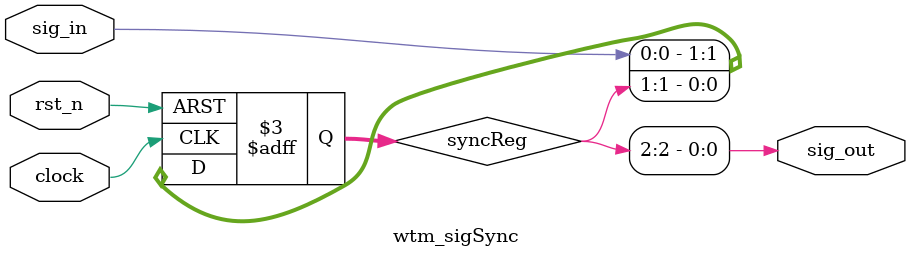
<source format=v>
`default_nettype none

module wtm_sigSync #(
    // Use a two flip-flop synchronizer
    parameter WIDTH = 2
)(
    input  wire clock,
    input  wire rst_n,
    input  wire sig_in,
    output wire sig_out
);

    // Use an N flip-flop synchronizer
    reg [1:WIDTH] syncReg;

    always @(negedge rst_n, posedge clock) 
    begin
        if (rst_n == 1'b0) begin
            syncReg <= {(WIDTH){1'b0}};
        end else begin
            syncReg <= {sig_in,syncReg[1:WIDTH - 1]};
        end
    end

    assign sig_out = syncReg[WIDTH];

endmodule

</source>
